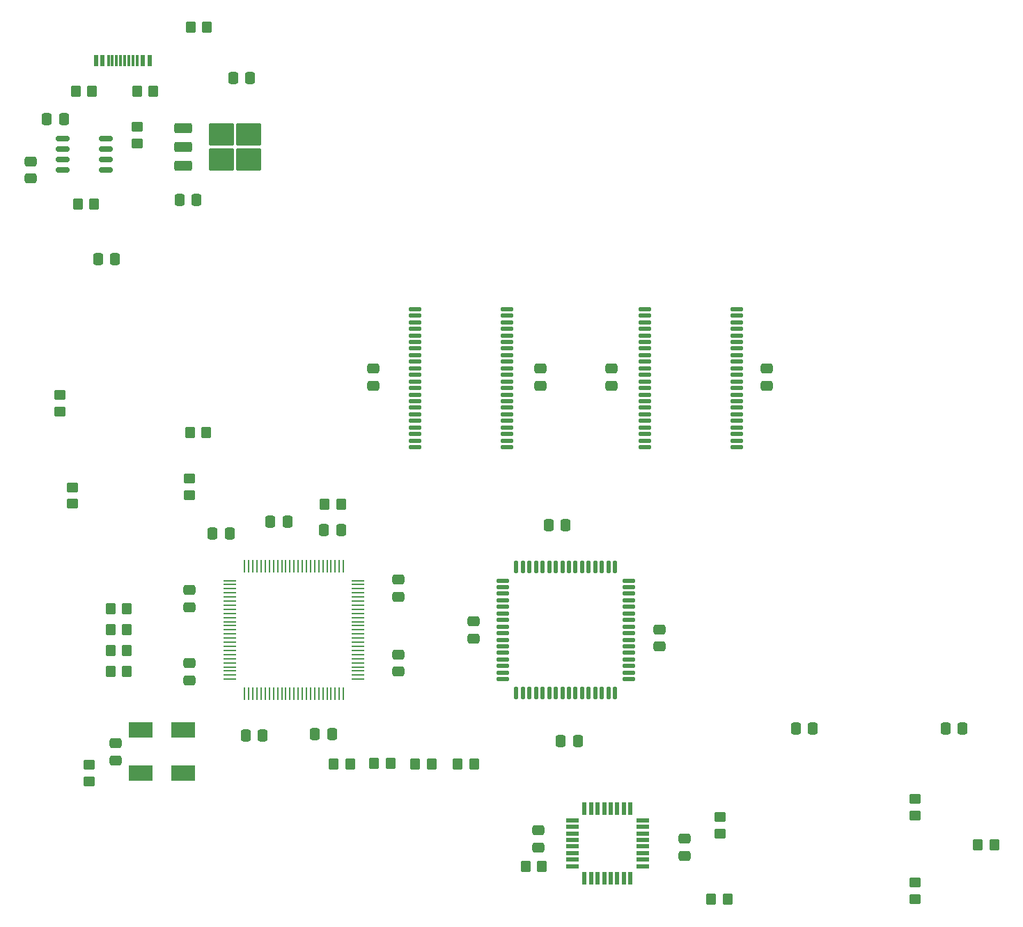
<source format=gbr>
G04 #@! TF.GenerationSoftware,KiCad,Pcbnew,7.0.7*
G04 #@! TF.CreationDate,2023-11-19T17:38:18+09:00*
G04 #@! TF.ProjectId,Pixy-68000,50697879-2d36-4383-9030-302e6b696361,rev?*
G04 #@! TF.SameCoordinates,Original*
G04 #@! TF.FileFunction,Paste,Top*
G04 #@! TF.FilePolarity,Positive*
%FSLAX46Y46*%
G04 Gerber Fmt 4.6, Leading zero omitted, Abs format (unit mm)*
G04 Created by KiCad (PCBNEW 7.0.7) date 2023-11-19 17:38:18*
%MOMM*%
%LPD*%
G01*
G04 APERTURE LIST*
G04 Aperture macros list*
%AMRoundRect*
0 Rectangle with rounded corners*
0 $1 Rounding radius*
0 $2 $3 $4 $5 $6 $7 $8 $9 X,Y pos of 4 corners*
0 Add a 4 corners polygon primitive as box body*
4,1,4,$2,$3,$4,$5,$6,$7,$8,$9,$2,$3,0*
0 Add four circle primitives for the rounded corners*
1,1,$1+$1,$2,$3*
1,1,$1+$1,$4,$5*
1,1,$1+$1,$6,$7*
1,1,$1+$1,$8,$9*
0 Add four rect primitives between the rounded corners*
20,1,$1+$1,$2,$3,$4,$5,0*
20,1,$1+$1,$4,$5,$6,$7,0*
20,1,$1+$1,$6,$7,$8,$9,0*
20,1,$1+$1,$8,$9,$2,$3,0*%
G04 Aperture macros list end*
%ADD10RoundRect,0.250000X0.450000X-0.350000X0.450000X0.350000X-0.450000X0.350000X-0.450000X-0.350000X0*%
%ADD11RoundRect,0.250000X-0.350000X-0.450000X0.350000X-0.450000X0.350000X0.450000X-0.350000X0.450000X0*%
%ADD12RoundRect,0.250000X-0.337500X-0.475000X0.337500X-0.475000X0.337500X0.475000X-0.337500X0.475000X0*%
%ADD13RoundRect,0.250000X-0.475000X0.337500X-0.475000X-0.337500X0.475000X-0.337500X0.475000X0.337500X0*%
%ADD14RoundRect,0.250000X0.337500X0.475000X-0.337500X0.475000X-0.337500X-0.475000X0.337500X-0.475000X0*%
%ADD15RoundRect,0.150000X-0.675000X-0.150000X0.675000X-0.150000X0.675000X0.150000X-0.675000X0.150000X0*%
%ADD16R,0.600000X1.450000*%
%ADD17R,0.300000X1.450000*%
%ADD18RoundRect,0.250000X-0.450000X0.350000X-0.450000X-0.350000X0.450000X-0.350000X0.450000X0.350000X0*%
%ADD19R,3.000000X1.980000*%
%ADD20R,1.562100X0.279400*%
%ADD21R,0.279400X1.562100*%
%ADD22RoundRect,0.250000X0.350000X0.450000X-0.350000X0.450000X-0.350000X-0.450000X0.350000X-0.450000X0*%
%ADD23RoundRect,0.250000X0.475000X-0.337500X0.475000X0.337500X-0.475000X0.337500X-0.475000X-0.337500X0*%
%ADD24R,1.600000X0.550000*%
%ADD25R,0.550000X1.600000*%
%ADD26RoundRect,0.250000X-0.850000X-0.350000X0.850000X-0.350000X0.850000X0.350000X-0.850000X0.350000X0*%
%ADD27RoundRect,0.250000X-1.275000X-1.125000X1.275000X-1.125000X1.275000X1.125000X-1.275000X1.125000X0*%
%ADD28RoundRect,0.137500X-0.625000X-0.137500X0.625000X-0.137500X0.625000X0.137500X-0.625000X0.137500X0*%
%ADD29RoundRect,0.137500X-0.612500X-0.137500X0.612500X-0.137500X0.612500X0.137500X-0.612500X0.137500X0*%
%ADD30RoundRect,0.137500X-0.137500X-0.612500X0.137500X-0.612500X0.137500X0.612500X-0.137500X0.612500X0*%
G04 APERTURE END LIST*
D10*
X112741487Y-127637285D03*
X112741487Y-125637285D03*
D11*
X34670712Y-51102935D03*
X36670712Y-51102935D03*
D12*
X53525591Y-35782885D03*
X55600591Y-35782885D03*
D10*
X41843996Y-43720027D03*
X41843996Y-41720027D03*
D13*
X70590000Y-71112500D03*
X70590000Y-73187500D03*
D12*
X91905000Y-90170000D03*
X93980000Y-90170000D03*
X37136145Y-57769320D03*
X39211145Y-57769320D03*
D14*
X142253007Y-114872441D03*
X140178007Y-114872441D03*
X95462968Y-116398828D03*
X93387968Y-116398828D03*
D15*
X32850000Y-43175364D03*
X32850000Y-44445364D03*
X32850000Y-45715364D03*
X32850000Y-46985364D03*
X38100000Y-46985364D03*
X38100000Y-45715364D03*
X38100000Y-44445364D03*
X38100000Y-43175364D03*
D11*
X38640000Y-105410000D03*
X40640000Y-105410000D03*
D13*
X39217195Y-116676503D03*
X39217195Y-118751503D03*
D16*
X43376384Y-33639319D03*
X42576384Y-33639319D03*
D17*
X41376384Y-33639319D03*
X40376384Y-33639319D03*
X39876384Y-33639319D03*
X38876384Y-33639319D03*
D16*
X37676384Y-33639319D03*
X36876384Y-33639319D03*
X36876384Y-33639319D03*
X37676384Y-33639319D03*
D17*
X38376384Y-33639319D03*
X39376384Y-33639319D03*
X40876384Y-33639319D03*
X41876384Y-33639319D03*
D16*
X42576384Y-33639319D03*
X43376384Y-33639319D03*
D12*
X47020464Y-50628642D03*
X49095464Y-50628642D03*
D11*
X38640000Y-102870000D03*
X40640000Y-102870000D03*
D18*
X136489299Y-123452879D03*
X136489299Y-125452879D03*
D10*
X32516046Y-76330000D03*
X32516046Y-74330000D03*
D13*
X99567500Y-71112500D03*
X99567500Y-73187500D03*
D18*
X34036904Y-85535235D03*
X34036904Y-87535235D03*
D19*
X42272272Y-115045704D03*
X42272272Y-120305704D03*
X47472272Y-120305704D03*
X47472272Y-115045704D03*
D20*
X53181250Y-96869999D03*
X53181250Y-97370001D03*
X53181250Y-97870000D03*
X53181250Y-98369999D03*
X53181250Y-98870000D03*
X53181250Y-99369999D03*
X53181250Y-99870001D03*
X53181250Y-100370000D03*
X53181250Y-100869999D03*
X53181250Y-101370000D03*
X53181250Y-101869999D03*
X53181250Y-102369998D03*
X53181250Y-102870000D03*
X53181250Y-103369999D03*
X53181250Y-103870001D03*
X53181250Y-104370000D03*
X53181250Y-104869999D03*
X53181250Y-105370000D03*
X53181250Y-105869999D03*
X53181250Y-106370001D03*
X53181250Y-106870000D03*
X53181250Y-107369999D03*
X53181250Y-107870000D03*
X53181250Y-108369999D03*
X53181250Y-108870001D03*
D21*
X54959999Y-110648750D03*
X55460001Y-110648750D03*
X55960000Y-110648750D03*
X56459999Y-110648750D03*
X56960000Y-110648750D03*
X57459999Y-110648750D03*
X57960001Y-110648750D03*
X58460000Y-110648750D03*
X58959999Y-110648750D03*
X59460000Y-110648750D03*
X59959999Y-110648750D03*
X60460001Y-110648750D03*
X60960000Y-110648750D03*
X61459999Y-110648750D03*
X61960001Y-110648750D03*
X62460000Y-110648750D03*
X62960001Y-110648750D03*
X63460000Y-110648750D03*
X63959999Y-110648750D03*
X64460001Y-110648750D03*
X64960000Y-110648750D03*
X65460001Y-110648750D03*
X65960000Y-110648750D03*
X66459999Y-110648750D03*
X66960001Y-110648750D03*
D20*
X68738750Y-108870001D03*
X68738750Y-108369999D03*
X68738750Y-107870000D03*
X68738750Y-107370001D03*
X68738750Y-106870000D03*
X68738750Y-106370001D03*
X68738750Y-105869999D03*
X68738750Y-105370000D03*
X68738750Y-104870001D03*
X68738750Y-104370000D03*
X68738750Y-103870001D03*
X68738750Y-103369999D03*
X68738750Y-102870000D03*
X68738750Y-102370001D03*
X68738750Y-101869999D03*
X68738750Y-101370000D03*
X68738750Y-100869999D03*
X68738750Y-100370000D03*
X68738750Y-99870001D03*
X68738750Y-99369999D03*
X68738750Y-98870000D03*
X68738750Y-98369999D03*
X68738750Y-97870000D03*
X68738750Y-97370001D03*
X68738750Y-96869999D03*
D21*
X66960001Y-95091250D03*
X66459999Y-95091250D03*
X65960000Y-95091250D03*
X65460001Y-95091250D03*
X64960000Y-95091250D03*
X64460001Y-95091250D03*
X63959999Y-95091250D03*
X63460000Y-95091250D03*
X62960001Y-95091250D03*
X62460000Y-95091250D03*
X61960001Y-95091250D03*
X61459999Y-95091250D03*
X60960000Y-95091250D03*
X60460001Y-95091250D03*
X59959999Y-95091250D03*
X59460000Y-95091250D03*
X58959999Y-95091250D03*
X58460000Y-95091250D03*
X57960001Y-95091250D03*
X57459999Y-95091250D03*
X56960000Y-95091250D03*
X56459999Y-95091250D03*
X55960000Y-95091250D03*
X55460001Y-95091250D03*
X54959999Y-95091250D03*
D22*
X146067375Y-129013899D03*
X144067375Y-129013899D03*
D23*
X118385000Y-73187500D03*
X118385000Y-71112500D03*
D18*
X136469889Y-133594922D03*
X136469889Y-135594922D03*
D22*
X91112919Y-131617534D03*
X89112919Y-131617534D03*
X82829012Y-119140172D03*
X80829012Y-119140172D03*
D24*
X94810000Y-126010000D03*
X94810000Y-126810000D03*
X94810000Y-127610000D03*
X94810000Y-128410000D03*
X94810000Y-129210000D03*
X94810000Y-130010000D03*
X94810000Y-130810000D03*
X94810000Y-131610000D03*
D25*
X96260000Y-133060000D03*
X97060000Y-133060000D03*
X97860000Y-133060000D03*
X98660000Y-133060000D03*
X99460000Y-133060000D03*
X100260000Y-133060000D03*
X101060000Y-133060000D03*
X101860000Y-133060000D03*
D24*
X103310000Y-131610000D03*
X103310000Y-130810000D03*
X103310000Y-130010000D03*
X103310000Y-129210000D03*
X103310000Y-128410000D03*
X103310000Y-127610000D03*
X103310000Y-126810000D03*
X103310000Y-126010000D03*
D25*
X101860000Y-124560000D03*
X101060000Y-124560000D03*
X100260000Y-124560000D03*
X99460000Y-124560000D03*
X98660000Y-124560000D03*
X97860000Y-124560000D03*
X97060000Y-124560000D03*
X96260000Y-124560000D03*
D11*
X111660259Y-135605115D03*
X113660259Y-135605115D03*
D12*
X64583052Y-90707643D03*
X66658052Y-90707643D03*
D11*
X38640000Y-100330000D03*
X40640000Y-100330000D03*
D18*
X36039258Y-119278326D03*
X36039258Y-121278326D03*
D12*
X121947356Y-114838003D03*
X124022356Y-114838003D03*
D13*
X73660000Y-96752500D03*
X73660000Y-98827500D03*
D12*
X58082538Y-89738182D03*
X60157538Y-89738182D03*
D23*
X73660000Y-107926951D03*
X73660000Y-105851951D03*
D26*
X47463261Y-41910364D03*
X47463261Y-44190364D03*
X47463261Y-46470364D03*
D27*
X52088261Y-42665364D03*
X52088261Y-45715364D03*
X55438261Y-42665364D03*
X55438261Y-45715364D03*
D23*
X90610000Y-129307500D03*
X90610000Y-127232500D03*
D13*
X48260000Y-98015138D03*
X48260000Y-100090138D03*
D11*
X48381861Y-29642169D03*
X50381861Y-29642169D03*
D23*
X48260000Y-108985274D03*
X48260000Y-106910274D03*
D22*
X77664083Y-119140172D03*
X75664083Y-119140172D03*
X36402874Y-37365301D03*
X34402874Y-37365301D03*
D18*
X48260000Y-84471802D03*
X48260000Y-86471802D03*
D22*
X67754136Y-119140172D03*
X65754136Y-119140172D03*
D28*
X103632500Y-63870000D03*
X103632500Y-64670000D03*
X103632500Y-65470000D03*
X103632500Y-66270000D03*
X103632500Y-67070000D03*
X103632500Y-67870000D03*
X103632500Y-68670000D03*
X103632500Y-69470000D03*
X103632500Y-70270000D03*
X103632500Y-71070000D03*
X103632500Y-71870000D03*
X103632500Y-72670000D03*
X103632500Y-73470000D03*
X103632500Y-74270000D03*
X103632500Y-75070000D03*
X103632500Y-75870000D03*
X103632500Y-76670000D03*
X103632500Y-77470000D03*
X103632500Y-78270000D03*
X103632500Y-79070000D03*
X103632500Y-79870000D03*
X103632500Y-80670000D03*
X114807500Y-80670000D03*
X114807500Y-79870000D03*
X114807500Y-79070000D03*
X114807500Y-78270000D03*
X114807500Y-77470000D03*
X114807500Y-76670000D03*
X114807500Y-75870000D03*
X114807500Y-75070000D03*
X114807500Y-74270000D03*
X114807500Y-73470000D03*
X114807500Y-72670000D03*
X114807500Y-71870000D03*
X114807500Y-71070000D03*
X114807500Y-70270000D03*
X114807500Y-69470000D03*
X114807500Y-68670000D03*
X114807500Y-67870000D03*
X114807500Y-67070000D03*
X114807500Y-66270000D03*
X114807500Y-65470000D03*
X114807500Y-64670000D03*
X114807500Y-63870000D03*
D13*
X82782500Y-101832500D03*
X82782500Y-103907500D03*
D11*
X41853579Y-37365301D03*
X43853579Y-37365301D03*
D28*
X75692500Y-63870000D03*
X75692500Y-64670000D03*
X75692500Y-65470000D03*
X75692500Y-66270000D03*
X75692500Y-67070000D03*
X75692500Y-67870000D03*
X75692500Y-68670000D03*
X75692500Y-69470000D03*
X75692500Y-70270000D03*
X75692500Y-71070000D03*
X75692500Y-71870000D03*
X75692500Y-72670000D03*
X75692500Y-73470000D03*
X75692500Y-74270000D03*
X75692500Y-75070000D03*
X75692500Y-75870000D03*
X75692500Y-76670000D03*
X75692500Y-77470000D03*
X75692500Y-78270000D03*
X75692500Y-79070000D03*
X75692500Y-79870000D03*
X75692500Y-80670000D03*
X86867500Y-80670000D03*
X86867500Y-79870000D03*
X86867500Y-79070000D03*
X86867500Y-78270000D03*
X86867500Y-77470000D03*
X86867500Y-76670000D03*
X86867500Y-75870000D03*
X86867500Y-75070000D03*
X86867500Y-74270000D03*
X86867500Y-73470000D03*
X86867500Y-72670000D03*
X86867500Y-71870000D03*
X86867500Y-71070000D03*
X86867500Y-70270000D03*
X86867500Y-69470000D03*
X86867500Y-68670000D03*
X86867500Y-67870000D03*
X86867500Y-67070000D03*
X86867500Y-66270000D03*
X86867500Y-65470000D03*
X86867500Y-64670000D03*
X86867500Y-63870000D03*
D11*
X48283055Y-78849925D03*
X50283055Y-78849925D03*
D23*
X108390000Y-130345000D03*
X108390000Y-128270000D03*
D14*
X32963189Y-40782150D03*
X30888189Y-40782150D03*
D22*
X72709110Y-119098181D03*
X70709110Y-119098181D03*
D14*
X53118951Y-91112332D03*
X51043951Y-91112332D03*
D12*
X55069174Y-115673952D03*
X57144174Y-115673952D03*
D29*
X86305000Y-96870000D03*
X86305000Y-97670000D03*
X86305000Y-98470000D03*
X86305000Y-99270000D03*
X86305000Y-100070000D03*
X86305000Y-100870000D03*
X86305000Y-101670000D03*
X86305000Y-102470000D03*
X86305000Y-103270000D03*
X86305000Y-104070000D03*
X86305000Y-104870000D03*
X86305000Y-105670000D03*
X86305000Y-106470000D03*
X86305000Y-107270000D03*
X86305000Y-108070000D03*
X86305000Y-108870000D03*
D30*
X87980000Y-110545000D03*
X88780000Y-110545000D03*
X89580000Y-110545000D03*
X90380000Y-110545000D03*
X91180000Y-110545000D03*
X91980000Y-110545000D03*
X92780000Y-110545000D03*
X93580000Y-110545000D03*
X94380000Y-110545000D03*
X95180000Y-110545000D03*
X95980000Y-110545000D03*
X96780000Y-110545000D03*
X97580000Y-110545000D03*
X98380000Y-110545000D03*
X99180000Y-110545000D03*
X99980000Y-110545000D03*
D29*
X101655000Y-108870000D03*
X101655000Y-108070000D03*
X101655000Y-107270000D03*
X101655000Y-106470000D03*
X101655000Y-105670000D03*
X101655000Y-104870000D03*
X101655000Y-104070000D03*
X101655000Y-103270000D03*
X101655000Y-102470000D03*
X101655000Y-101670000D03*
X101655000Y-100870000D03*
X101655000Y-100070000D03*
X101655000Y-99270000D03*
X101655000Y-98470000D03*
X101655000Y-97670000D03*
X101655000Y-96870000D03*
D30*
X99980000Y-95195000D03*
X99180000Y-95195000D03*
X98380000Y-95195000D03*
X97580000Y-95195000D03*
X96780000Y-95195000D03*
X95980000Y-95195000D03*
X95180000Y-95195000D03*
X94380000Y-95195000D03*
X93580000Y-95195000D03*
X92780000Y-95195000D03*
X91980000Y-95195000D03*
X91180000Y-95195000D03*
X90380000Y-95195000D03*
X89580000Y-95195000D03*
X88780000Y-95195000D03*
X87980000Y-95195000D03*
D13*
X28892704Y-45902259D03*
X28892704Y-47977259D03*
D14*
X65550027Y-115570000D03*
X63475027Y-115570000D03*
D23*
X90910000Y-73187500D03*
X90910000Y-71112500D03*
D11*
X64678832Y-87630000D03*
X66678832Y-87630000D03*
D13*
X105418038Y-102808161D03*
X105418038Y-104883161D03*
D11*
X38640000Y-107950000D03*
X40640000Y-107950000D03*
M02*

</source>
